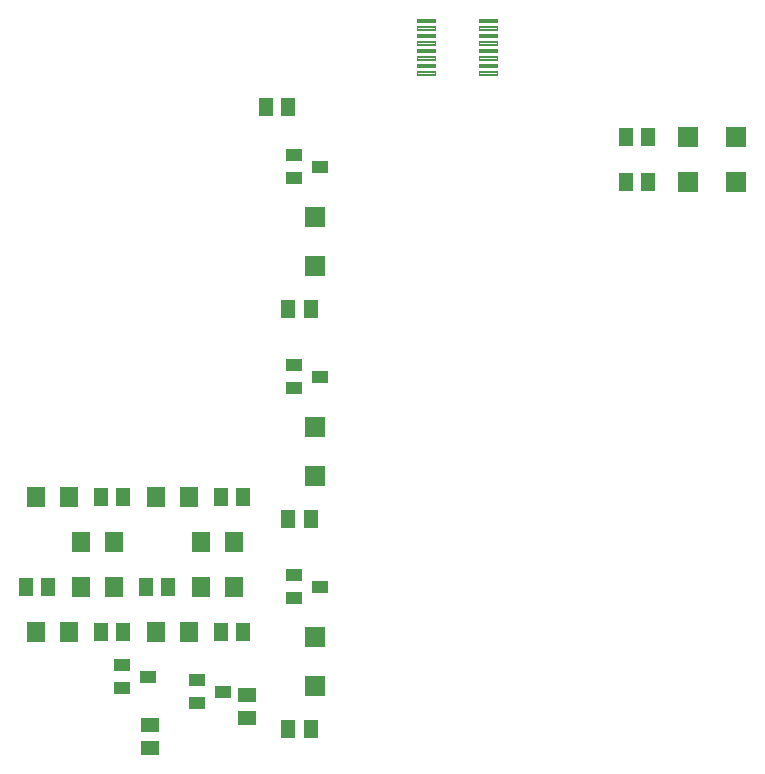
<source format=gbr>
G04 EAGLE Gerber RS-274X export*
G75*
%MOMM*%
%FSLAX34Y34*%
%LPD*%
%INSolderpaste Top*%
%IPPOS*%
%AMOC8*
5,1,8,0,0,1.08239X$1,22.5*%
G01*
%ADD10R,1.500000X1.300000*%
%ADD11R,1.400000X1.000000*%
%ADD12R,1.300000X1.500000*%
%ADD13R,1.600000X1.800000*%
%ADD14R,1.700000X1.800000*%
%ADD15C,0.102500*%
%ADD16R,1.800000X1.700000*%


D10*
X158750Y54000D03*
X158750Y73000D03*
X241300Y79400D03*
X241300Y98400D03*
D11*
X157050Y114300D03*
X135050Y104800D03*
X135050Y123800D03*
X220550Y101600D03*
X198550Y92100D03*
X198550Y111100D03*
D12*
X276250Y425450D03*
X295250Y425450D03*
X276250Y247650D03*
X295250Y247650D03*
X276250Y69850D03*
X295250Y69850D03*
X117500Y152400D03*
X136500Y152400D03*
X136500Y266700D03*
X117500Y266700D03*
X54000Y190500D03*
X73000Y190500D03*
D13*
X62200Y152400D03*
X90200Y152400D03*
X90200Y266700D03*
X62200Y266700D03*
D12*
X219100Y152400D03*
X238100Y152400D03*
X238100Y266700D03*
X219100Y266700D03*
X155600Y190500D03*
X174600Y190500D03*
D13*
X163800Y152400D03*
X191800Y152400D03*
X191800Y266700D03*
X163800Y266700D03*
D14*
X298450Y462100D03*
X298450Y503100D03*
X298450Y284300D03*
X298450Y325300D03*
X298450Y106500D03*
X298450Y147500D03*
D11*
X303100Y546100D03*
X281100Y536600D03*
X281100Y555600D03*
X303100Y368300D03*
X281100Y358800D03*
X281100Y377800D03*
X303100Y190500D03*
X281100Y181000D03*
X281100Y200000D03*
D12*
X276200Y596900D03*
X257200Y596900D03*
D15*
X385062Y668387D02*
X400438Y668387D01*
X385062Y668387D02*
X385062Y671463D01*
X400438Y671463D01*
X400438Y668387D01*
X400438Y669361D02*
X385062Y669361D01*
X385062Y670335D02*
X400438Y670335D01*
X400438Y671309D02*
X385062Y671309D01*
X385062Y662037D02*
X400438Y662037D01*
X385062Y662037D02*
X385062Y665113D01*
X400438Y665113D01*
X400438Y662037D01*
X400438Y663011D02*
X385062Y663011D01*
X385062Y663985D02*
X400438Y663985D01*
X400438Y664959D02*
X385062Y664959D01*
X385062Y655687D02*
X400438Y655687D01*
X385062Y655687D02*
X385062Y658763D01*
X400438Y658763D01*
X400438Y655687D01*
X400438Y656661D02*
X385062Y656661D01*
X385062Y657635D02*
X400438Y657635D01*
X400438Y658609D02*
X385062Y658609D01*
X385062Y649337D02*
X400438Y649337D01*
X385062Y649337D02*
X385062Y652413D01*
X400438Y652413D01*
X400438Y649337D01*
X400438Y650311D02*
X385062Y650311D01*
X385062Y651285D02*
X400438Y651285D01*
X400438Y652259D02*
X385062Y652259D01*
X385062Y642987D02*
X400438Y642987D01*
X385062Y642987D02*
X385062Y646063D01*
X400438Y646063D01*
X400438Y642987D01*
X400438Y643961D02*
X385062Y643961D01*
X385062Y644935D02*
X400438Y644935D01*
X400438Y645909D02*
X385062Y645909D01*
X385062Y636637D02*
X400438Y636637D01*
X385062Y636637D02*
X385062Y639713D01*
X400438Y639713D01*
X400438Y636637D01*
X400438Y637611D02*
X385062Y637611D01*
X385062Y638585D02*
X400438Y638585D01*
X400438Y639559D02*
X385062Y639559D01*
X385062Y630287D02*
X400438Y630287D01*
X385062Y630287D02*
X385062Y633363D01*
X400438Y633363D01*
X400438Y630287D01*
X400438Y631261D02*
X385062Y631261D01*
X385062Y632235D02*
X400438Y632235D01*
X400438Y633209D02*
X385062Y633209D01*
X385062Y623937D02*
X400438Y623937D01*
X385062Y623937D02*
X385062Y627013D01*
X400438Y627013D01*
X400438Y623937D01*
X400438Y624911D02*
X385062Y624911D01*
X385062Y625885D02*
X400438Y625885D01*
X400438Y626859D02*
X385062Y626859D01*
X437762Y623937D02*
X453138Y623937D01*
X437762Y623937D02*
X437762Y627013D01*
X453138Y627013D01*
X453138Y623937D01*
X453138Y624911D02*
X437762Y624911D01*
X437762Y625885D02*
X453138Y625885D01*
X453138Y626859D02*
X437762Y626859D01*
X437762Y630287D02*
X453138Y630287D01*
X437762Y630287D02*
X437762Y633363D01*
X453138Y633363D01*
X453138Y630287D01*
X453138Y631261D02*
X437762Y631261D01*
X437762Y632235D02*
X453138Y632235D01*
X453138Y633209D02*
X437762Y633209D01*
X437762Y636637D02*
X453138Y636637D01*
X437762Y636637D02*
X437762Y639713D01*
X453138Y639713D01*
X453138Y636637D01*
X453138Y637611D02*
X437762Y637611D01*
X437762Y638585D02*
X453138Y638585D01*
X453138Y639559D02*
X437762Y639559D01*
X437762Y642987D02*
X453138Y642987D01*
X437762Y642987D02*
X437762Y646063D01*
X453138Y646063D01*
X453138Y642987D01*
X453138Y643961D02*
X437762Y643961D01*
X437762Y644935D02*
X453138Y644935D01*
X453138Y645909D02*
X437762Y645909D01*
X437762Y649337D02*
X453138Y649337D01*
X437762Y649337D02*
X437762Y652413D01*
X453138Y652413D01*
X453138Y649337D01*
X453138Y650311D02*
X437762Y650311D01*
X437762Y651285D02*
X453138Y651285D01*
X453138Y652259D02*
X437762Y652259D01*
X437762Y655687D02*
X453138Y655687D01*
X437762Y655687D02*
X437762Y658763D01*
X453138Y658763D01*
X453138Y655687D01*
X453138Y656661D02*
X437762Y656661D01*
X437762Y657635D02*
X453138Y657635D01*
X453138Y658609D02*
X437762Y658609D01*
X437762Y662037D02*
X453138Y662037D01*
X437762Y662037D02*
X437762Y665113D01*
X453138Y665113D01*
X453138Y662037D01*
X453138Y663011D02*
X437762Y663011D01*
X437762Y663985D02*
X453138Y663985D01*
X453138Y664959D02*
X437762Y664959D01*
X437762Y668387D02*
X453138Y668387D01*
X437762Y668387D02*
X437762Y671463D01*
X453138Y671463D01*
X453138Y668387D01*
X453138Y669361D02*
X437762Y669361D01*
X437762Y670335D02*
X453138Y670335D01*
X453138Y671309D02*
X437762Y671309D01*
D12*
X562000Y533400D03*
X581000Y533400D03*
X562000Y571500D03*
X581000Y571500D03*
D16*
X655500Y571500D03*
X614500Y571500D03*
X655500Y533400D03*
X614500Y533400D03*
D13*
X128300Y190500D03*
X100300Y190500D03*
X128300Y228600D03*
X100300Y228600D03*
X229900Y190500D03*
X201900Y190500D03*
X229900Y228600D03*
X201900Y228600D03*
M02*

</source>
